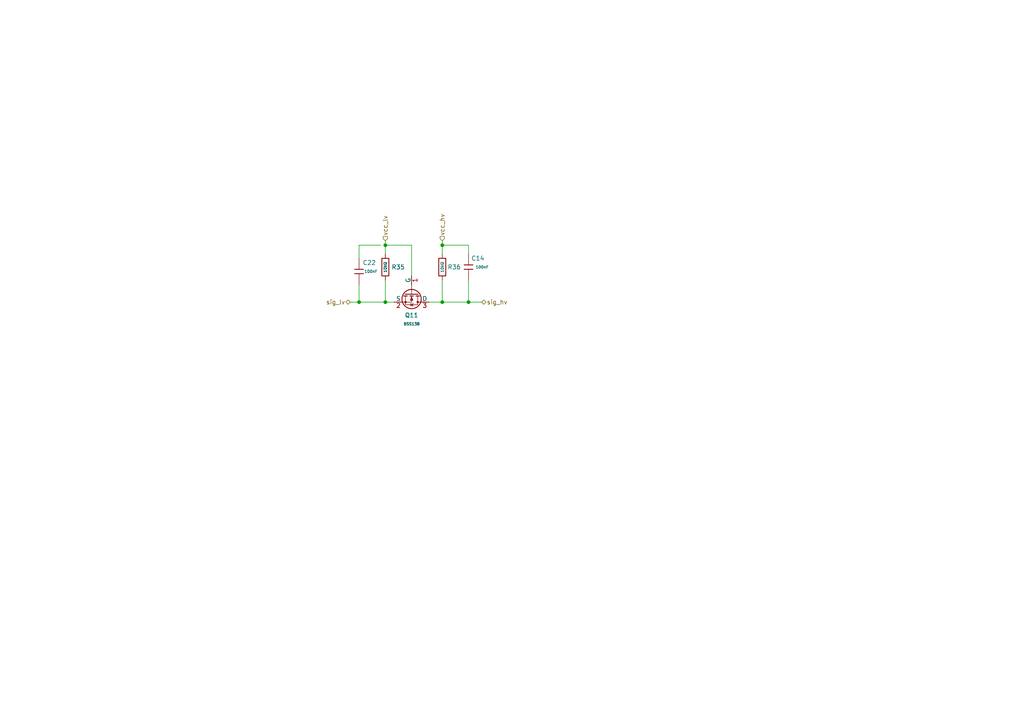
<source format=kicad_sch>
(kicad_sch (version 20250114) (generator "eeschema") (generator_version "9.0")
  (paper "A4")
  (title_block (company "Laserhannes / Johannes Rebling / r0oland"))
  (lib_symbols
    (symbol "PCM_JLCPCB-Capacitors:0603,100nF" (pin_numbers (hide yes)) (pin_names (offset 0))
      (property "Reference" "C" (at 2.032 1.668 0))
      (property "Value" "100nF" (at 2.032 -0.3782 0))
      (property "Voltage Rated" "50V" (at 2.032 -2.0462 0))
      (symbol "0603,100nF_0_1"
        (polyline (pts (xy -1.27 0.635) (xy 1.27 0.635)) (stroke (width 0.254)))
        (polyline (pts (xy -1.27 -0.635) (xy 1.27 -0.635)) (stroke (width 0.254)))
      )
      (symbol "0603,100nF_1_1"
        (pin passive line (at 0 3.81 270) (length 3.175) (name "~") (number "1"))
        (pin passive line (at 0 -3.81 90) (length 3.175) (name "~") (number "2"))
      )
    )
    (symbol "PCM_JLCPCB-Resistors:0402,10kΩ" (pin_numbers (hide yes)) (pin_names (offset 0))
      (property "Reference" "R" (at 1.778 0 0))
      (property "Value" "10kΩ" (at 0 0 90))
      (symbol "0402,10kΩ_0_1"
        (rectangle (start -1.016 2.54) (end 1.016 -2.54) (stroke (width 0.254)))
      )
      (symbol "0402,10kΩ_1_1"
        (pin passive line (at 0 3.81 270) (length 1.27) (name "~") (number "1"))
        (pin passive line (at 0 -3.81 90) (length 1.27) (name "~") (number "2"))
      )
    )
    (symbol "PCM_JLCPCB-Transistors:NMOS,BSS138" (pin_names (offset 0))
      (property "Reference" "Q" (at 4.8514 0.834 0))
      (property "Value" "BSS138" (at 4.8514 -1.2122 0))
      (symbol "NMOS,BSS138_0_1"
        (polyline (pts (xy 0.254 1.905) (xy 0.254 -1.905)) (stroke (width 0.254)))
        (polyline (pts (xy 0.254 0) (xy -2.54 0)))
        (polyline (pts (xy 0.762 2.286) (xy 0.762 1.27)) (stroke (width 0.254)))
        (polyline (pts (xy 0.762 0.508) (xy 0.762 -0.508)) (stroke (width 0.254)))
        (polyline (pts (xy 0.762 -1.27) (xy 0.762 -2.286)) (stroke (width 0.254)))
        (polyline (pts (xy 0.762 -1.778) (xy 3.302 -1.778) (xy 3.302 1.778) (xy 0.762 1.778)))
        (polyline (pts (xy 1.016 0) (xy 2.032 0.381) (xy 2.032 -0.381) (xy 1.016 0)) (fill (type outline)))
        (circle (center 1.651 0) (radius 2.794) (stroke (width 0.254)))
        (polyline (pts (xy 2.54 2.54) (xy 2.54 1.778)))
        (circle (center 2.54 1.778) (radius 0.254) (fill (type outline)))
        (circle (center 2.54 -1.778) (radius 0.254) (fill (type outline)))
        (polyline (pts (xy 2.54 -2.54) (xy 2.54 0) (xy 0.762 0)))
        (polyline (pts (xy 2.794 0.508) (xy 2.921 0.381) (xy 3.683 0.381) (xy 3.81 0.254)))
        (polyline (pts (xy 3.302 0.381) (xy 2.921 -0.254) (xy 3.683 -0.254) (xy 3.302 0.381)))
      )
      (symbol "NMOS,BSS138_1_1"
        (pin input line (at -5.08 0 0) (length 2.54) (name "G") (number "1"))
        (pin passive line (at 2.54 5.08 270) (length 2.54) (name "D") (number "3"))
        (pin passive line (at 2.54 -5.08 90) (length 2.54) (name "S") (number "2"))
      )
    )
  )
  (junction (at 111.76 87.63))
  (junction (at 128.27 71.12))
  (junction (at 128.27 87.63))
  (junction (at 135.89 87.63))
  (junction (at 104.14 87.63))
  (junction (at 111.76 71.12))
  (wire (pts (xy 135.89 73.66) (xy 135.89 71.12)))
  (wire (pts (xy 135.89 71.12) (xy 128.27 71.12)))
  (wire (pts (xy 111.76 71.12) (xy 119.38 71.12)))
  (wire (pts (xy 128.27 69.85) (xy 128.27 71.12)))
  (wire (pts (xy 119.38 71.12) (xy 119.38 80.01)))
  (wire (pts (xy 135.89 87.63) (xy 139.7 87.63)))
  (wire (pts (xy 124.46 87.63) (xy 128.27 87.63)))
  (wire (pts (xy 104.14 82.55) (xy 104.14 87.63)))
  (wire (pts (xy 128.27 71.12) (xy 128.27 73.66)))
  (wire (pts (xy 111.76 81.28) (xy 111.76 87.63)))
  (wire (pts (xy 104.14 71.12) (xy 104.14 74.93)))
  (wire (pts (xy 135.89 81.28) (xy 135.89 87.63)))
  (wire (pts (xy 111.76 69.85) (xy 111.76 71.12)))
  (wire (pts (xy 128.27 81.28) (xy 128.27 87.63)))
  (wire (pts (xy 111.76 71.12) (xy 111.76 73.66)))
  (wire (pts (xy 128.27 87.63) (xy 135.89 87.63)))
  (wire (pts (xy 104.14 87.63) (xy 111.76 87.63)))
  (wire (pts (xy 111.76 87.63) (xy 114.3 87.63)))
  (wire (pts (xy 101.6 87.63) (xy 104.14 87.63)))
  (wire (pts (xy 110.49 71.12) (xy 104.14 71.12)))
  (hierarchical_label "sig_hv" (shape bidirectional) (at 139.7 87.63 0))
  (hierarchical_label "vcc_hv" (shape input) (at 128.27 69.85 90))
  (hierarchical_label "vcc_lv" (shape input) (at 111.76 69.85 90))
  (hierarchical_label "sig_lv" (shape bidirectional) (at 101.6 87.63 180))
  (symbol (lib_id "PCM_JLCPCB-Resistors:0402,10kΩ") (at 111.76 77.47 0) (unit 1)
    (property "Reference" "R4" (at 113.538 77.47 0) (effects (justify left)))
    (property "Value" "10kΩ" (at 111.76 77.47 90) (effects (font (size 0.8 0.8))))
    (property "Footprint" "PCM_JLCPCB:R_0402" (effects (hide yes)))
    (property "Datasheet" "https://www.lcsc.com/datasheet/lcsc_datasheet_2411221126_UNI-ROYAL-Uniroyal-Elec-0402WGF1002TCE_C25744.pdf" (effects (hide yes)))
    (property "Description" "62.5mW Thick Film Resistors 50V ±100ppm/°C ±1% 10kΩ 0402 Chip Resistor - Surface Mount ROHS" (effects (hide yes)))
    (property "LCSC" "C25744" (effects (hide yes)))
    (property "Stock" "24372091" (effects (hide yes)))
    (property "Price" "0.004USD" (effects (hide yes)))
    (property "Process" "SMT" (effects (hide yes)))
    (property "Minimum Qty" "20" (effects (hide yes)))
    (property "Attrition Qty" "10" (effects (hide yes)))
    (property "Class" "Basic Component" (effects (hide yes)))
    (property "Category" "Resistors,Chip Resistor - Surface Mount" (effects (hide yes)))
    (property "Manufacturer" "UNI-ROYAL(Uniroyal Elec)" (effects (hide yes)))
    (property "Part" "0402WGF1002TCE" (effects (hide yes)))
    (property "Resistance" "10kΩ" (effects (hide yes)))
    (property "Power(Watts)" "62.5mW" (effects (hide yes)))
    (property "Type" "Thick Film Resistors" (effects (hide yes)))
    (property "Overload Voltage (Max)" "50V" (effects (hide yes)))
    (property "Operating Temperature Range" "-55°C~+155°C" (effects (hide yes)))
    (property "Tolerance" "±1%" (effects (hide yes)))
    (property "Temperature Coefficient" "±100ppm/°C" (effects (hide yes)))
    (instances (project "onlyfins" (path "" (reference "R35") (unit 1)) (path "" (reference "R37") (unit 1)) (path "" (reference "R29") (unit 1)) (path "" (reference "R31") (unit 1)) (path "" (reference "R23") (unit 1)) (path "" (reference "R25") (unit 1)) (path "" (reference "R4") (unit 1)) (path "" (reference "R19") (unit 1))))
  )
  (symbol (lib_id "PCM_JLCPCB-Resistors:0402,10kΩ") (at 128.27 77.47 0) (unit 1)
    (property "Reference" "R5" (at 129.794 77.47 0) (effects (justify left)))
    (property "Value" "10kΩ" (at 128.27 77.47 90) (effects (font (size 0.8 0.8))))
    (property "Footprint" "PCM_JLCPCB:R_0402" (effects (hide yes)))
    (property "Datasheet" "https://www.lcsc.com/datasheet/lcsc_datasheet_2411221126_UNI-ROYAL-Uniroyal-Elec-0402WGF1002TCE_C25744.pdf" (effects (hide yes)))
    (property "Description" "62.5mW Thick Film Resistors 50V ±100ppm/°C ±1% 10kΩ 0402 Chip Resistor - Surface Mount ROHS" (effects (hide yes)))
    (property "LCSC" "C25744" (effects (hide yes)))
    (property "Stock" "24372091" (effects (hide yes)))
    (property "Price" "0.004USD" (effects (hide yes)))
    (property "Process" "SMT" (effects (hide yes)))
    (property "Minimum Qty" "20" (effects (hide yes)))
    (property "Attrition Qty" "10" (effects (hide yes)))
    (property "Class" "Basic Component" (effects (hide yes)))
    (property "Category" "Resistors,Chip Resistor - Surface Mount" (effects (hide yes)))
    (property "Manufacturer" "UNI-ROYAL(Uniroyal Elec)" (effects (hide yes)))
    (property "Part" "0402WGF1002TCE" (effects (hide yes)))
    (property "Resistance" "10kΩ" (effects (hide yes)))
    (property "Power(Watts)" "62.5mW" (effects (hide yes)))
    (property "Type" "Thick Film Resistors" (effects (hide yes)))
    (property "Overload Voltage (Max)" "50V" (effects (hide yes)))
    (property "Operating Temperature Range" "-55°C~+155°C" (effects (hide yes)))
    (property "Tolerance" "±1%" (effects (hide yes)))
    (property "Temperature Coefficient" "±100ppm/°C" (effects (hide yes)))
    (instances (project "onlyfins" (path "" (reference "R36") (unit 1)) (path "" (reference "R38") (unit 1)) (path "" (reference "R30") (unit 1)) (path "" (reference "R32") (unit 1)) (path "" (reference "R24") (unit 1)) (path "" (reference "R26") (unit 1)) (path "" (reference "R5") (unit 1)) (path "" (reference "R20") (unit 1))))
  )
  (symbol (lib_id "PCM_JLCPCB-Capacitors:0603,100nF") (at 104.14 78.74 0) (unit 1)
    (property "Reference" "C16" (at 105.156 76.2 0) (effects (justify left)))
    (property "Value" "100nF" (at 105.664 78.74 0) (effects (font (size 0.8 0.8)) (justify left)))
    (property "Footprint" "PCM_JLCPCB:C_0603" (effects (hide yes)))
    (property "Datasheet" "https://www.lcsc.com/datasheet/lcsc_datasheet_2211101700_YAGEO-CC0603KRX7R9BB104_C14663.pdf" (effects (hide yes)))
    (property "Description" "50V 100nF X7R ±10% 0603 Multilayer Ceramic Capacitors MLCC - SMD/SMT ROHS" (effects (hide yes)))
    (property "LCSC" "C14663" (effects (hide yes)))
    (property "Stock" "70324515" (effects (hide yes)))
    (property "Price" "0.006USD" (effects (hide yes)))
    (property "Process" "SMT" (effects (hide yes)))
    (property "Minimum Qty" "20" (effects (hide yes)))
    (property "Attrition Qty" "10" (effects (hide yes)))
    (property "Class" "Basic Component" (effects (hide yes)))
    (property "Category" "Capacitors,Multilayer Ceramic Capacitors MLCC - SMD/SMT" (effects (hide yes)))
    (property "Manufacturer" "YAGEO" (effects (hide yes)))
    (property "Part" "CC0603KRX7R9BB104" (effects (hide yes)))
    (property "Voltage Rated" "50V" (effects (hide yes)))
    (property "Tolerance" "±10%" (effects (hide yes)))
    (property "Capacitance" "100nF" (effects (hide yes)))
    (property "Temperature Coefficient" "X7R" (effects (hide yes)))
    (instances (project "onlyfins" (path "" (reference "C22") (unit 1)) (path "" (reference "C23") (unit 1)) (path "" (reference "C20") (unit 1)) (path "" (reference "C21") (unit 1)) (path "" (reference "C18") (unit 1)) (path "" (reference "C19") (unit 1)) (path "" (reference "C16") (unit 1)) (path "" (reference "C17") (unit 1))))
  )
  (symbol (lib_id "PCM_JLCPCB-Capacitors:0603,100nF") (at 135.89 77.47 0) (unit 1)
    (property "Reference" "C6" (at 136.652 74.93 0) (effects (justify left)))
    (property "Value" "100nF" (at 137.922 77.47 0) (effects (font (size 0.8 0.8)) (justify left)))
    (property "Footprint" "PCM_JLCPCB:C_0603" (effects (hide yes)))
    (property "Datasheet" "https://www.lcsc.com/datasheet/lcsc_datasheet_2211101700_YAGEO-CC0603KRX7R9BB104_C14663.pdf" (effects (hide yes)))
    (property "Description" "50V 100nF X7R ±10% 0603 Multilayer Ceramic Capacitors MLCC - SMD/SMT ROHS" (effects (hide yes)))
    (property "LCSC" "C14663" (effects (hide yes)))
    (property "Stock" "70324515" (effects (hide yes)))
    (property "Price" "0.006USD" (effects (hide yes)))
    (property "Process" "SMT" (effects (hide yes)))
    (property "Minimum Qty" "20" (effects (hide yes)))
    (property "Attrition Qty" "10" (effects (hide yes)))
    (property "Class" "Basic Component" (effects (hide yes)))
    (property "Category" "Capacitors,Multilayer Ceramic Capacitors MLCC - SMD/SMT" (effects (hide yes)))
    (property "Manufacturer" "YAGEO" (effects (hide yes)))
    (property "Part" "CC0603KRX7R9BB104" (effects (hide yes)))
    (property "Voltage Rated" "50V" (effects (hide yes)))
    (property "Tolerance" "±10%" (effects (hide yes)))
    (property "Capacitance" "100nF" (effects (hide yes)))
    (property "Temperature Coefficient" "X7R" (effects (hide yes)))
    (instances (project "" (path "" (reference "C14") (unit 1)) (path "" (reference "C15") (unit 1)) (path "" (reference "C12") (unit 1)) (path "" (reference "C13") (unit 1)) (path "" (reference "C8") (unit 1)) (path "" (reference "C9") (unit 1)) (path "" (reference "C6") (unit 1)) (path "" (reference "C7") (unit 1))))
  )
  (symbol (lib_id "PCM_JLCPCB-Transistors:NMOS,BSS138") (at 119.38 85.09 270) (unit 1)
    (property "Reference" "Q1" (at 119.38 91.44 90))
    (property "Value" "BSS138" (at 119.38 93.98 90) (effects (font (size 0.8 0.8))))
    (property "Footprint" "PCM_JLCPCB:Q_SOT-23" (effects (hide yes)))
    (property "Datasheet" "https://wmsc.lcsc.com/wmsc/upload/file/pdf/v2/lcsc/2308281514_hongjiacheng-BSS138_C7420339.pdf" (effects (hide yes)))
    (property "Description" "50V 340mA 2.5Ω@10V,0.34A 350mW 1.6V@250uA 1PCSNChannel SOT-23 MOSFETs ROHS" (effects (hide yes)))
    (property "LCSC" "C7420339" (effects (hide yes)))
    (property "Stock" "257620" (effects (hide yes)))
    (property "Price" "0.021USD" (effects (hide yes)))
    (property "Process" "SMT" (effects (hide yes)))
    (property "Minimum Qty" "10" (effects (hide yes)))
    (property "Attrition Qty" "5" (effects (hide yes)))
    (property "Class" "Preferred Component" (effects (hide yes)))
    (property "Category" "Triode/MOS Tube/Transistor,MOSFETs" (effects (hide yes)))
    (property "Manufacturer" "hongjiacheng" (effects (hide yes)))
    (property "Part" "BSS138" (effects (hide yes)))
    (property "Continuous Drain Current (Id)" "340mA" (effects (hide yes)))
    (property "Input Capacitance (Ciss@Vds)" "17.5pF@25V" (effects (hide yes)))
    (property "Operating Temperature" "-55°C~+150°C" (effects (hide yes)))
    (property "Type" "null" (effects (hide yes)))
    (property "Drain Source Voltage (Vdss)" "null" (effects (hide yes)))
    (property "Power Dissipation (Pd)" "350mW" (effects (hide yes)))
    (property "Gate Threshold Voltage (Vgs(th)@Id)" "1.6V@250uA" (effects (hide yes)))
    (property "Reverse Transfer Capacitance (Crss@Vds)" "6.5pF@25V" (effects (hide yes)))
    (property "Drain Source On Resistance (RDS(on)@Vgs,Id)" "2.5Ω@10V,0.34A" (effects (hide yes)))
    (property "Total Gate Charge (Qg@Vgs)" "1.7nC@10V" (effects (hide yes)))
    (instances (project "onlyfins" (path "" (reference "Q11") (unit 1)) (path "" (reference "Q12") (unit 1)) (path "" (reference "Q8") (unit 1)) (path "" (reference "Q9") (unit 1)) (path "" (reference "Q5") (unit 1)) (path "" (reference "Q6") (unit 1)) (path "" (reference "Q1") (unit 1)) (path "" (reference "Q3") (unit 1))))
  )
)
</source>
